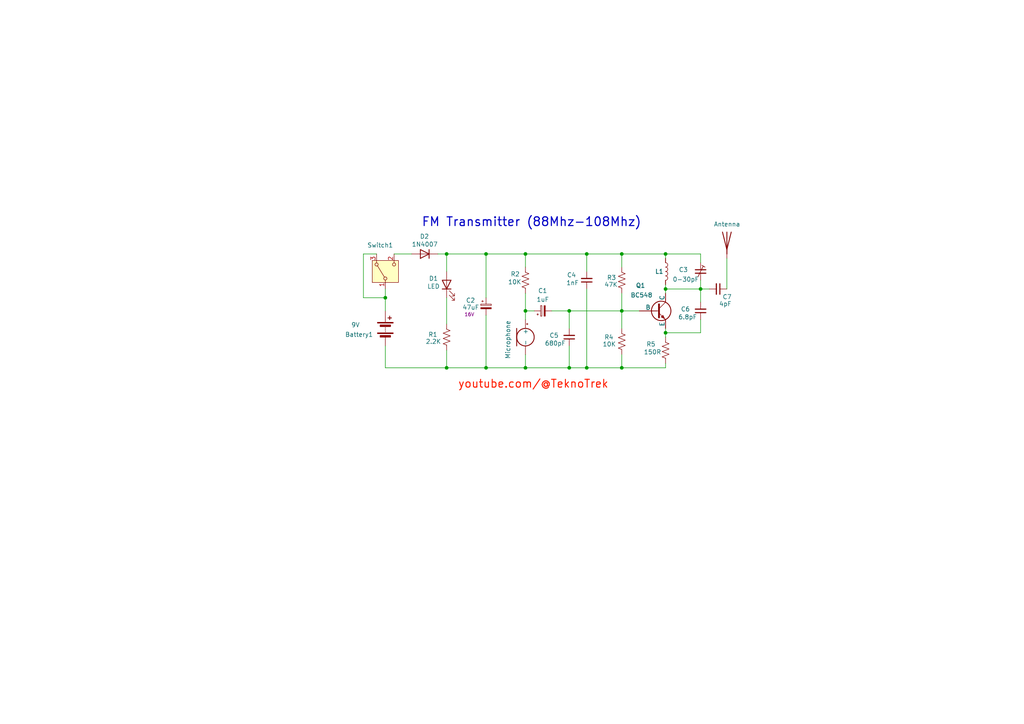
<source format=kicad_sch>
(kicad_sch (version 20231120) (generator "eeschema") (generator_version "8.0")
  (paper "A4")
  (lib_symbols
    (symbol "Device:Antenna" (pin_numbers hide) (pin_names (offset 1.016) hide)
      (property "Reference" "AE" (at -1.905 1.905 0))
      (property "Value" "Antenna" (at -1.905 0 0))
      (symbol "Antenna_0_1"
        (polyline (pts (xy 0 2.54) (xy 0 -3.81)) (stroke (width 0.254)))
        (polyline (pts (xy 1.27 2.54) (xy 0 -2.54) (xy -1.27 2.54)) (stroke (width 0.254)))
      )
      (symbol "Antenna_1_1"
        (pin input line (at 0 -5.08 90) (length 2.54) (name "A") (number "1"))
      )
    )
    (symbol "Device:Battery" (pin_numbers hide) (pin_names (offset 0) hide)
      (property "Reference" "BT" (at 2.54 2.54 0))
      (property "Value" "Battery" (at 2.54 0 0))
      (symbol "Battery_0_1"
        (rectangle (start -2.286 -1.27) (end 2.286 -1.524) (fill (type outline)))
        (rectangle (start -2.286 1.778) (end 2.286 1.524) (fill (type outline)))
        (rectangle (start -1.524 -2.032) (end 1.524 -2.54) (fill (type outline)))
        (rectangle (start -1.524 1.016) (end 1.524 0.508) (fill (type outline)))
        (polyline (pts (xy 0 -1.016) (xy 0 -0.762)))
        (polyline (pts (xy 0 -0.508) (xy 0 -0.254)))
        (polyline (pts (xy 0 0) (xy 0 0.254)))
        (polyline (pts (xy 0 1.778) (xy 0 2.54)))
        (polyline (pts (xy 0.762 3.048) (xy 1.778 3.048)) (stroke (width 0.254)))
        (polyline (pts (xy 1.27 3.556) (xy 1.27 2.54)) (stroke (width 0.254)))
      )
      (symbol "Battery_1_1"
        (pin passive line (at 0 5.08 270) (length 2.54) (name "+") (number "1"))
        (pin passive line (at 0 -5.08 90) (length 2.54) (name "-") (number "2"))
      )
    )
    (symbol "Device:C_Polarized_Small" (pin_numbers hide) (pin_names (offset 0.254) hide)
      (property "Reference" "C" (at 0.254 1.778 0))
      (property "Value" "C_Polarized_Small" (at 0.254 -2.032 0))
      (symbol "C_Polarized_Small_0_1"
        (rectangle (start -1.524 -0.3048) (end 1.524 -0.6858) (fill (type outline)))
        (rectangle (start -1.524 0.6858) (end 1.524 0.3048))
        (polyline (pts (xy -1.27 1.524) (xy -0.762 1.524)))
        (polyline (pts (xy -1.016 1.27) (xy -1.016 1.778)))
      )
      (symbol "C_Polarized_Small_1_1"
        (pin passive line (at 0 2.54 270) (length 1.8542) (name "~") (number "1"))
        (pin passive line (at 0 -2.54 90) (length 1.8542) (name "~") (number "2"))
      )
    )
    (symbol "Device:C_Small" (pin_numbers hide) (pin_names (offset 0.254) hide)
      (property "Reference" "C" (at 0.254 1.778 0))
      (property "Value" "C_Small" (at 0.254 -2.032 0))
      (symbol "C_Small_0_1"
        (polyline (pts (xy -1.524 -0.508) (xy 1.524 -0.508)) (stroke (width 0.3302)))
        (polyline (pts (xy -1.524 0.508) (xy 1.524 0.508)) (stroke (width 0.3048)))
      )
      (symbol "C_Small_1_1"
        (pin passive line (at 0 2.54 270) (length 2.032) (name "~") (number "1"))
        (pin passive line (at 0 -2.54 90) (length 2.032) (name "~") (number "2"))
      )
    )
    (symbol "Device:C_Trim_Small" (pin_numbers hide) (pin_names (offset 0.254) hide)
      (property "Reference" "C" (at 1.524 -2.032 0))
      (property "Value" "C_Trim_Small" (at 3.048 -3.556 0))
      (symbol "C_Trim_Small_0_1"
        (polyline (pts (xy -1.524 -0.508) (xy 1.524 -0.508)) (stroke (width 0.3048)))
        (polyline (pts (xy -1.524 0.508) (xy 1.524 0.508)) (stroke (width 0.3048)))
        (polyline (pts (xy 0.762 1.524) (xy -0.762 -1.524)) (stroke (width 0.1778)))
        (polyline (pts (xy 1.27 1.27) (xy 0.381 1.778)) (stroke (width 0.1778)))
      )
      (symbol "C_Trim_Small_1_1"
        (pin passive line (at 0 2.54 270) (length 2.032) (name "~") (number "1"))
        (pin passive line (at 0 -2.54 90) (length 2.032) (name "~") (number "2"))
      )
    )
    (symbol "Device:L" (pin_numbers hide) (pin_names (offset 1.016) hide)
      (property "Reference" "L" (at -1.27 0 90))
      (property "Value" "L" (at 1.905 0 90))
      (symbol "L_0_1"
        (arc (start 0 -2.54) (mid 0.6323 -1.905) (end 0 -1.27))
        (arc (start 0 -1.27) (mid 0.6323 -0.635) (end 0 0))
        (arc (start 0 0) (mid 0.6323 0.635) (end 0 1.27))
        (arc (start 0 1.27) (mid 0.6323 1.905) (end 0 2.54))
      )
      (symbol "L_1_1"
        (pin passive line (at 0 3.81 270) (length 1.27) (name "1") (number "1"))
        (pin passive line (at 0 -3.81 90) (length 1.27) (name "2") (number "2"))
      )
    )
    (symbol "Device:LED" (pin_numbers hide) (pin_names (offset 1.016) hide)
      (property "Reference" "D" (at 0 2.54 0))
      (property "Value" "LED" (at 0 -2.54 0))
      (symbol "LED_0_1"
        (polyline (pts (xy -1.27 -1.27) (xy -1.27 1.27)) (stroke (width 0.254)))
        (polyline (pts (xy -1.27 0) (xy 1.27 0)))
        (polyline (pts (xy 1.27 -1.27) (xy 1.27 1.27) (xy -1.27 0) (xy 1.27 -1.27)) (stroke (width 0.254)))
        (polyline (pts (xy -3.048 -0.762) (xy -4.572 -2.286) (xy -3.81 -2.286) (xy -4.572 -2.286) (xy -4.572 -1.524)))
        (polyline (pts (xy -1.778 -0.762) (xy -3.302 -2.286) (xy -2.54 -2.286) (xy -3.302 -2.286) (xy -3.302 -1.524)))
      )
      (symbol "LED_1_1"
        (pin passive line (at -3.81 0 0) (length 2.54) (name "K") (number "1"))
        (pin passive line (at 3.81 0 180) (length 2.54) (name "A") (number "2"))
      )
    )
    (symbol "Device:Microphone" (pin_numbers hide) (pin_names (offset 0.0254))
      (property "Reference" "MK" (at -3.81 1.27 0))
      (property "Value" "Microphone" (at -3.81 -0.635 0))
      (symbol "Microphone_0_1"
        (polyline (pts (xy -2.54 2.54) (xy -2.54 -2.54)) (stroke (width 0.254)))
        (polyline (pts (xy 0.254 3.81) (xy 0.762 3.81)))
        (polyline (pts (xy 0.508 4.064) (xy 0.508 3.556)))
        (circle (center 0 0) (radius 2.54) (stroke (width 0.254)))
      )
      (symbol "Microphone_1_1"
        (pin passive line (at 0 -5.08 90) (length 2.54) (name "-") (number "1"))
        (pin passive line (at 0 5.08 270) (length 2.54) (name "+") (number "2"))
      )
    )
    (symbol "Device:R_US" (pin_numbers hide) (pin_names (offset 0))
      (property "Reference" "R" (at 2.54 0 90))
      (property "Value" "R_US" (at -2.54 0 90))
      (symbol "R_US_0_1"
        (polyline (pts (xy 0 -2.286) (xy 0 -2.54)))
        (polyline (pts (xy 0 2.286) (xy 0 2.54)))
        (polyline (pts (xy 0 -0.762) (xy 1.016 -1.143) (xy 0 -1.524) (xy -1.016 -1.905) (xy 0 -2.286)))
        (polyline (pts (xy 0 0.762) (xy 1.016 0.381) (xy 0 0) (xy -1.016 -0.381) (xy 0 -0.762)))
        (polyline (pts (xy 0 2.286) (xy 1.016 1.905) (xy 0 1.524) (xy -1.016 1.143) (xy 0 0.762)))
      )
      (symbol "R_US_1_1"
        (pin passive line (at 0 3.81 270) (length 1.27) (name "~") (number "1"))
        (pin passive line (at 0 -3.81 90) (length 1.27) (name "~") (number "2"))
      )
    )
    (symbol "Diode:1N4007" (pin_numbers hide) (pin_names hide)
      (property "Reference" "D" (at 0 2.54 0))
      (property "Value" "1N4007" (at 0 -2.54 0))
      (symbol "1N4007_0_1"
        (polyline (pts (xy -1.27 1.27) (xy -1.27 -1.27)) (stroke (width 0.254)))
        (polyline (pts (xy 1.27 0) (xy -1.27 0)))
        (polyline (pts (xy 1.27 1.27) (xy 1.27 -1.27) (xy -1.27 0) (xy 1.27 1.27)) (stroke (width 0.254)))
      )
      (symbol "1N4007_1_1"
        (pin passive line (at -3.81 0 0) (length 2.54) (name "K") (number "1"))
        (pin passive line (at 3.81 0 180) (length 2.54) (name "A") (number "2"))
      )
    )
    (symbol "Switch:SW_Wuerth_450301014042" (pin_names (offset 1) hide)
      (property "Reference" "SW" (at 0 5.08 0))
      (property "Value" "SW_Wuerth_450301014042" (at 0 -5.08 0))
      (symbol "SW_Wuerth_450301014042_0_1"
        (circle (center -2.032 0) (radius 0.4572))
        (polyline (pts (xy -1.651 0.254) (xy 1.651 2.286)))
        (circle (center 2.032 -2.54) (radius 0.4572))
        (circle (center 2.032 2.54) (radius 0.4572))
      )
      (symbol "SW_Wuerth_450301014042_1_1"
        (rectangle (start -3.175 3.81) (end 3.175 -3.81) (fill (type background)))
        (pin passive line (at -5.08 0 0) (length 2.54) (name "B") (number "1"))
        (pin passive line (at 5.08 -2.54 180) (length 2.54) (name "C") (number "2"))
        (pin passive line (at 5.08 2.54 180) (length 2.54) (name "A") (number "3"))
      )
    )
    (symbol "Transistor_BJT:BC548" (pin_numbers hide) (pin_names (offset 0))
      (property "Reference" "Q" (at 5.08 1.905 0))
      (property "Value" "BC548" (at 5.08 0 0))
      (symbol "BC548_0_1"
        (polyline (pts (xy 0 0) (xy 0.635 0)))
        (polyline (pts (xy 0.635 0.635) (xy 2.54 2.54)))
        (polyline (pts (xy 0.635 -0.635) (xy 2.54 -2.54) (xy 2.54 -2.54)))
        (polyline (pts (xy 0.635 1.905) (xy 0.635 -1.905) (xy 0.635 -1.905)) (stroke (width 0.508)))
        (polyline (pts (xy 1.27 -1.778) (xy 1.778 -1.27) (xy 2.286 -2.286) (xy 1.27 -1.778) (xy 1.27 -1.778)) (fill (type outline)))
        (circle (center 1.27 0) (radius 2.8194) (stroke (width 0.254)))
      )
      (symbol "BC548_1_1"
        (pin passive line (at 2.54 5.08 270) (length 2.54) (name "C") (number "1"))
        (pin input line (at -5.08 0 0) (length 5.08) (name "B") (number "2"))
        (pin passive line (at 2.54 -5.08 90) (length 2.54) (name "E") (number "3"))
      )
    )
  )
  (junction (at 140.97 106.68))
  (junction (at 203.2 83.82))
  (junction (at 193.04 73.66))
  (junction (at 165.1 90.17))
  (junction (at 180.34 106.68))
  (junction (at 193.04 96.52))
  (junction (at 193.04 83.82))
  (junction (at 170.18 73.66))
  (junction (at 180.34 73.66))
  (junction (at 152.4 90.17))
  (junction (at 152.4 106.68))
  (junction (at 129.54 73.66))
  (junction (at 165.1 106.68))
  (junction (at 111.76 86.36))
  (junction (at 152.4 73.66))
  (junction (at 170.18 106.68))
  (junction (at 140.97 73.66))
  (junction (at 180.34 90.17))
  (junction (at 129.54 106.68))
  (wire (pts (xy 180.34 73.66) (xy 193.04 73.66)))
  (wire (pts (xy 193.04 83.82) (xy 203.2 83.82)))
  (wire (pts (xy 203.2 92.71) (xy 203.2 96.52)))
  (wire (pts (xy 180.34 106.68) (xy 193.04 106.68)))
  (wire (pts (xy 129.54 86.36) (xy 129.54 93.98)))
  (wire (pts (xy 165.1 90.17) (xy 180.34 90.17)))
  (wire (pts (xy 180.34 90.17) (xy 180.34 95.25)))
  (wire (pts (xy 129.54 73.66) (xy 129.54 78.74)))
  (wire (pts (xy 152.4 73.66) (xy 170.18 73.66)))
  (wire (pts (xy 140.97 73.66) (xy 152.4 73.66)))
  (wire (pts (xy 152.4 90.17) (xy 152.4 92.71)))
  (wire (pts (xy 193.04 74.93) (xy 193.04 73.66)))
  (wire (pts (xy 193.04 83.82) (xy 193.04 85.09)))
  (wire (pts (xy 203.2 83.82) (xy 203.2 87.63)))
  (wire (pts (xy 203.2 83.82) (xy 205.74 83.82)))
  (wire (pts (xy 152.4 102.87) (xy 152.4 106.68)))
  (wire (pts (xy 165.1 106.68) (xy 170.18 106.68)))
  (wire (pts (xy 129.54 106.68) (xy 140.97 106.68)))
  (wire (pts (xy 170.18 83.82) (xy 170.18 106.68)))
  (wire (pts (xy 170.18 106.68) (xy 180.34 106.68)))
  (wire (pts (xy 180.34 102.87) (xy 180.34 106.68)))
  (wire (pts (xy 193.04 96.52) (xy 193.04 97.79)))
  (wire (pts (xy 180.34 90.17) (xy 185.42 90.17)))
  (wire (pts (xy 114.3 73.66) (xy 119.38 73.66)))
  (wire (pts (xy 109.22 73.66) (xy 105.41 73.66)))
  (wire (pts (xy 105.41 86.36) (xy 111.76 86.36)))
  (wire (pts (xy 203.2 76.2) (xy 203.2 73.66)))
  (wire (pts (xy 129.54 101.6) (xy 129.54 106.68)))
  (wire (pts (xy 129.54 73.66) (xy 140.97 73.66)))
  (wire (pts (xy 111.76 106.68) (xy 129.54 106.68)))
  (wire (pts (xy 180.34 85.09) (xy 180.34 90.17)))
  (wire (pts (xy 180.34 73.66) (xy 180.34 77.47)))
  (wire (pts (xy 111.76 86.36) (xy 111.76 90.17)))
  (wire (pts (xy 203.2 81.28) (xy 203.2 83.82)))
  (wire (pts (xy 170.18 73.66) (xy 180.34 73.66)))
  (wire (pts (xy 170.18 78.74) (xy 170.18 73.66)))
  (wire (pts (xy 105.41 73.66) (xy 105.41 86.36)))
  (wire (pts (xy 210.82 74.93) (xy 210.82 83.82)))
  (wire (pts (xy 140.97 86.36) (xy 140.97 73.66)))
  (wire (pts (xy 165.1 90.17) (xy 165.1 95.25)))
  (wire (pts (xy 111.76 83.82) (xy 111.76 86.36)))
  (wire (pts (xy 193.04 82.55) (xy 193.04 83.82)))
  (wire (pts (xy 152.4 106.68) (xy 165.1 106.68)))
  (wire (pts (xy 111.76 100.33) (xy 111.76 106.68)))
  (wire (pts (xy 140.97 91.44) (xy 140.97 106.68)))
  (wire (pts (xy 152.4 90.17) (xy 154.94 90.17)))
  (wire (pts (xy 140.97 106.68) (xy 152.4 106.68)))
  (wire (pts (xy 152.4 85.09) (xy 152.4 90.17)))
  (wire (pts (xy 127 73.66) (xy 129.54 73.66)))
  (wire (pts (xy 193.04 105.41) (xy 193.04 106.68)))
  (wire (pts (xy 193.04 73.66) (xy 203.2 73.66)))
  (wire (pts (xy 193.04 96.52) (xy 203.2 96.52)))
  (wire (pts (xy 165.1 100.33) (xy 165.1 106.68)))
  (wire (pts (xy 193.04 95.25) (xy 193.04 96.52)))
  (wire (pts (xy 152.4 73.66) (xy 152.4 77.47)))
  (wire (pts (xy 160.02 90.17) (xy 165.1 90.17)))
  (text "FM Transmitter (88Mhz-108Mhz)" (at 154.178 64.516 0) (effects (font (size 2.54 2.54) (thickness 0.3175))))
  (text "youtube.com/@TeknoTrek" (exclude_from_sim yes) (at 154.686 111.506 0) (effects (font (size 2.286 2.286) (thickness 0.2858))))
  (symbol (lib_id "Device:R_US") (at 180.34 81.28 0) (unit 1)
    (property "Reference" "R3" (at 176.022 80.518 0) (effects (justify left)))
    (property "Value" "47K" (at 175.26 82.55 0) (effects (justify left)))
    (property "Footprint" "Resistor_THT:R_Axial_DIN0207_L6.3mm_D2.5mm_P10.16mm_Horizontal" (effects (hide yes)))
    (property "Description" "Resistor, US symbol" (effects (hide yes)))
  )
  (symbol (lib_id "Device:C_Small") (at 170.18 81.28 180) (unit 1)
    (property "Reference" "C4" (at 167.132 79.756 0) (effects (justify left)))
    (property "Value" "1nF" (at 167.894 82.042 0) (effects (justify left)))
    (property "Footprint" "Capacitor_THT:C_Disc_D5.0mm_W2.5mm_P5.00mm" (effects (hide yes)))
    (property "Description" "Unpolarized capacitor, small symbol" (effects (hide yes)))
  )
  (symbol (lib_id "Device:C_Polarized_Small") (at 157.48 90.17 90) (unit 1)
    (property "Reference" "C1" (at 158.75 84.328 90) (effects (justify left)))
    (property "Value" "1uF" (at 159.258 86.868 90) (effects (justify left)))
    (property "Footprint" "Capacitor_THT:CP_Radial_D5.0mm_P2.50mm" (effects (hide yes)))
    (property "Description" "Polarized capacitor, small symbol" (effects (hide yes)))
  )
  (symbol (lib_id "Diode:1N4007") (at 123.19 73.66 180) (unit 1)
    (property "Reference" "D2" (at 124.46 68.58 0) (effects (justify left)))
    (property "Value" "1N4007" (at 127 70.866 0) (effects (justify left)))
    (property "Footprint" "Diode_THT:D_DO-41_SOD81_P10.16mm_Horizontal" (effects (hide yes)))
    (property "Datasheet" "http://www.vishay.com/docs/88503/1n4001.pdf" (effects (hide yes)))
    (property "Description" "1000V 1A General Purpose Rectifier Diode, DO-41" (effects (hide yes)))
    (property "Sim.Device" "D" (effects (hide yes)))
    (property "Sim.Pins" "1=K 2=A" (effects (hide yes)))
  )
  (symbol (lib_id "Device:C_Small") (at 208.28 83.82 270) (unit 1)
    (property "Reference" "C7" (at 209.55 86.106 90) (effects (justify left)))
    (property "Value" "4pF" (at 208.534 88.138 90) (effects (justify left)))
    (property "Footprint" "Capacitor_THT:C_Disc_D3.0mm_W1.6mm_P2.50mm" (effects (hide yes)))
    (property "Description" "Unpolarized capacitor, small symbol" (effects (hide yes)))
  )
  (symbol (lib_id "Transistor_BJT:BC548") (at 190.5 90.17 0) (unit 1)
    (property "Reference" "Q1" (at 184.404 82.804 0) (effects (justify left)))
    (property "Value" "BC548" (at 182.88 85.598 0) (effects (justify left)))
    (property "Footprint" "Package_TO_SOT_THT:TO-92_Wide" (effects (hide yes)))
    (property "Datasheet" "https://www.onsemi.com/pub/Collateral/BC550-D.pdf" (effects (hide yes)))
    (property "Description" "0.1A Ic, 30V Vce, Small Signal NPN Transistor, TO-92" (effects (hide yes)))
  )
  (symbol (lib_id "Device:Antenna") (at 210.82 69.85 0) (unit 1)
    (property "Reference" "AE1" (effects (hide yes)))
    (property "Value" "Antenna" (at 207.01 65.024 0) (effects (justify left)))
    (property "Footprint" "Connector_PinHeader_2.54mm:PinHeader_1x01_P2.54mm_Vertical" (effects (hide yes)))
    (property "Description" "Antenna" (effects (hide yes)))
  )
  (symbol (lib_id "Device:L") (at 193.04 78.74 0) (unit 1)
    (property "Reference" "L1" (at 189.992 78.74 0) (effects (justify left)))
    (property "Value" "L" (effects (hide yes)))
    (property "Footprint" "YeniFoot:L_Axial_L7.0mm_D3.3mm_P6.00mm_Horizontal_Fastron" (effects (hide yes)))
    (property "Description" "Inductor" (effects (hide yes)))
  )
  (symbol (lib_id "Device:Battery") (at 111.76 95.25 0) (unit 1)
    (property "Reference" "Battery1" (at 100.076 97.028 0) (effects (justify left)))
    (property "Value" "9V" (at 101.854 94.234 0) (effects (justify left)))
    (property "Footprint" "Connector_PinHeader_2.54mm:PinHeader_1x02_P2.54mm_Vertical" (effects (hide yes)))
    (property "Description" "Multiple-cell battery" (effects (hide yes)))
  )
  (symbol (lib_id "Device:R_US") (at 180.34 99.06 0) (unit 1)
    (property "Reference" "R4" (at 175.26 97.79 0) (effects (justify left)))
    (property "Value" "10K" (at 174.752 99.822 0) (effects (justify left)))
    (property "Footprint" "Resistor_THT:R_Axial_DIN0207_L6.3mm_D2.5mm_P10.16mm_Horizontal" (effects (hide yes)))
    (property "Description" "Resistor, US symbol" (effects (hide yes)))
  )
  (symbol (lib_id "Switch:SW_Wuerth_450301014042") (at 111.76 78.74 90) (unit 1)
    (property "Reference" "Switch1" (at 114.046 71.12 90) (effects (justify left)))
    (property "Value" "SW" (effects (hide yes)))
    (property "Footprint" "Button_Switch_THT:SW_Slide-03_Wuerth-WS-SLTV_10x2.5x6.4_P2.54mm" (effects (hide yes)))
    (property "Datasheet" "https://www.we-online.com/components/products/datasheet/450301014042.pdf" (effects (hide yes)))
    (property "Description" "Switch slide, single pole double throw" (effects (hide yes)))
  )
  (symbol (lib_id "Device:C_Trim_Small") (at 203.2 78.74 0) (unit 1)
    (property "Reference" "C3" (at 196.85 78.232 0) (effects (justify left)))
    (property "Value" "0-30pF" (at 195.072 81.026 0) (effects (justify left)))
    (property "Footprint" "YeniFoot:C_Disc_D6.0mm_W4.4mm_P6.00mm_x" (effects (hide yes)))
    (property "Description" "Trimmable capacitor, small symbol" (effects (hide yes)))
  )
  (symbol (lib_id "Device:Microphone") (at 152.4 97.79 0) (unit 1)
    (property "Reference" "MK1" (effects (hide yes)))
    (property "Value" "Microphone" (at 147.32 104.14 90) (effects (font (size 1.3 1.3)) (justify left)))
    (property "Footprint" "Buzzer_Beeper:MagneticBuzzer_Kingstate_KCG0601" (effects (hide yes)))
    (property "Description" "Microphone" (effects (hide yes)))
  )
  (symbol (lib_id "Device:C_Small") (at 165.1 97.79 180) (unit 1)
    (property "Reference" "C5" (at 162.052 97.282 0) (effects (justify left)))
    (property "Value" "680pF" (at 164.084 99.568 0) (effects (justify left)))
    (property "Footprint" "Capacitor_THT:C_Disc_D3.0mm_W1.6mm_P2.50mm" (effects (hide yes)))
    (property "Description" "Unpolarized capacitor, small symbol" (effects (hide yes)))
  )
  (symbol (lib_id "Device:C_Small") (at 203.2 90.17 180) (unit 1)
    (property "Reference" "C6" (at 200.152 89.662 0) (effects (justify left)))
    (property "Value" "6.8pF" (at 202.184 91.948 0) (effects (justify left)))
    (property "Footprint" "Capacitor_THT:C_Disc_D3.0mm_W1.6mm_P2.50mm" (effects (hide yes)))
    (property "Description" "Unpolarized capacitor, small symbol" (effects (hide yes)))
  )
  (symbol (lib_id "Device:C_Polarized_Small") (at 140.97 88.9 0) (unit 1)
    (property "Reference" "C2" (at 135.128 87.122 0) (effects (justify left)))
    (property "Value" "47uF" (at 134.112 89.154 0) (effects (justify left)))
    (property "Footprint" "Capacitor_THT:CP_Radial_D5.0mm_P2.50mm" (effects (hide yes)))
    (property "Description" "Polarized capacitor, small symbol" (effects (hide yes)))
    (property "Volt" "16V" (at 136.144 91.186 0) (effects (font (size 1 1))))
  )
  (symbol (lib_id "Device:LED") (at 129.54 82.55 90) (unit 1)
    (property "Reference" "D1" (at 125.73 80.772 90))
    (property "Value" "LED" (at 125.73 83.058 90))
    (property "Footprint" "LED_THT:LED_D3.0mm" (effects (hide yes)))
    (property "Description" "Light emitting diode" (effects (hide yes)))
  )
  (symbol (lib_id "Device:R_US") (at 129.54 97.79 0) (unit 1)
    (property "Reference" "R1" (at 124.206 97.028 0) (effects (justify left)))
    (property "Value" "2.2K" (at 123.444 99.06 0) (effects (justify left)))
    (property "Footprint" "Resistor_THT:R_Axial_DIN0207_L6.3mm_D2.5mm_P10.16mm_Horizontal" (effects (hide yes)))
    (property "Description" "Resistor, US symbol" (effects (hide yes)))
  )
  (symbol (lib_id "Device:R_US") (at 152.4 81.28 0) (unit 1)
    (property "Reference" "R2" (at 148.082 79.502 0) (effects (justify left)))
    (property "Value" "10K" (at 147.32 81.788 0) (effects (justify left)))
    (property "Footprint" "Resistor_THT:R_Axial_DIN0207_L6.3mm_D2.5mm_P10.16mm_Horizontal" (effects (hide yes)))
    (property "Description" "Resistor, US symbol" (effects (hide yes)))
  )
  (symbol (lib_id "Device:R_US") (at 193.04 101.6 0) (unit 1)
    (property "Reference" "R5" (at 187.452 99.822 0) (effects (justify left)))
    (property "Value" "150R" (at 186.69 102.108 0) (effects (justify left)))
    (property "Footprint" "Resistor_THT:R_Axial_DIN0207_L6.3mm_D2.5mm_P10.16mm_Horizontal" (effects (hide yes)))
    (property "Description" "Resistor, US symbol" (effects (hide yes)))
  )
)
</source>
